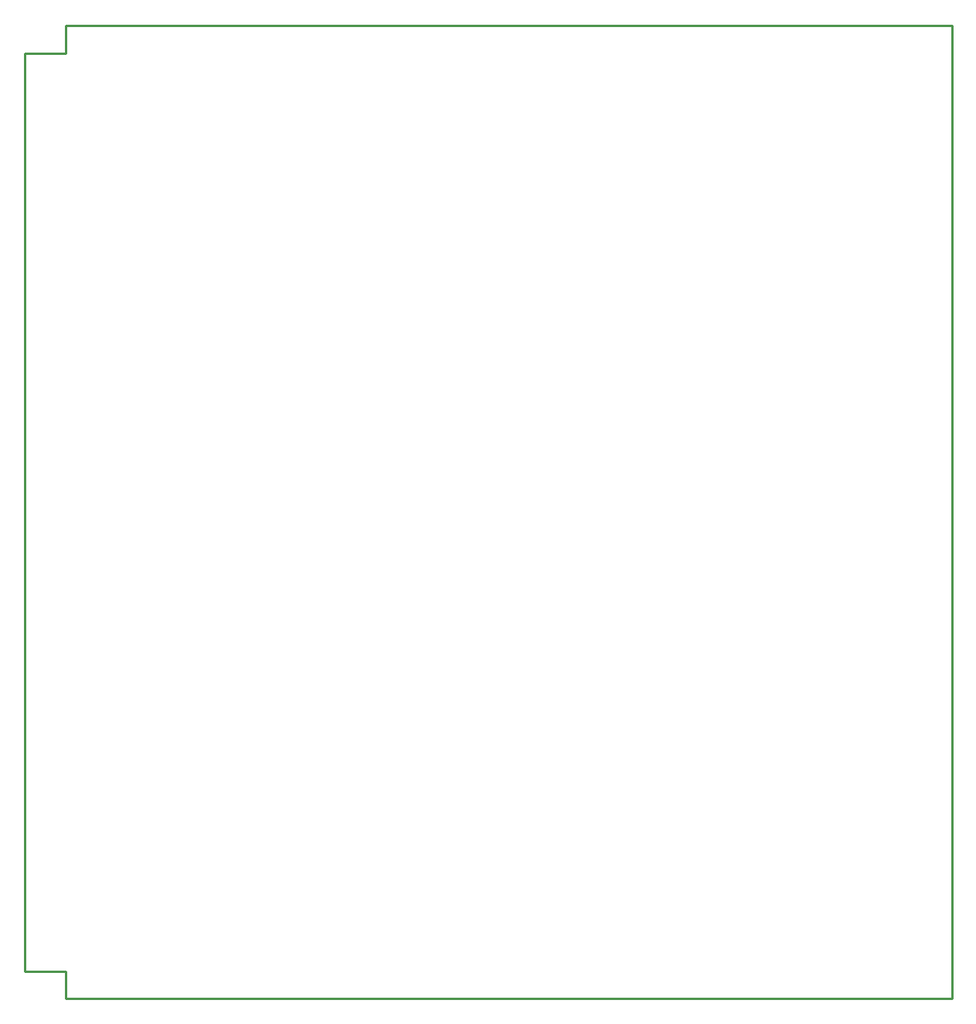
<source format=gko>
%FSLAX25Y25*%
%MOIN*%
G70*
G01*
G75*
G04 Layer_Color=16711935*
%ADD10C,0.01000*%
%ADD11R,0.10799X0.08500*%
%ADD12O,0.02756X0.07480*%
%ADD13O,0.02756X0.08268*%
%ADD14O,0.07874X0.13780*%
%ADD15R,0.07087X0.10236*%
%ADD16R,0.04921X0.02756*%
%ADD17R,0.02756X0.04921*%
%ADD18R,0.07087X0.04449*%
%ADD19R,0.04449X0.07087*%
%ADD20R,0.10512X0.04724*%
%ADD21O,0.02756X0.07087*%
%ADD22R,0.01654X0.03937*%
%ADD23R,0.04921X0.13465*%
%ADD24R,0.03661X0.03858*%
%ADD25R,0.03858X0.03661*%
%ADD26O,0.07087X0.01102*%
%ADD27O,0.01102X0.07087*%
%ADD28R,0.10709X0.04567*%
%ADD29C,0.03937*%
%ADD30R,0.02362X0.05906*%
%ADD31R,0.07874X0.07874*%
%ADD32C,0.03150*%
%ADD33C,0.01969*%
%ADD34C,0.01181*%
%ADD35C,0.04724*%
%ADD36R,0.20500X1.22000*%
%ADD37R,0.44000X0.15500*%
%ADD38R,0.15000X0.07000*%
%ADD39R,0.23000X0.15000*%
%ADD40R,0.25000X0.15000*%
%ADD41C,0.05906*%
%ADD42C,0.12598*%
%ADD43O,0.10236X0.11811*%
%ADD44O,0.10236X0.11024*%
%ADD45C,0.07087*%
%ADD46C,0.11811*%
%ADD47R,0.05906X0.05906*%
%ADD48C,0.03000*%
%ADD49C,0.04000*%
%ADD50C,0.02756*%
%ADD51C,0.01575*%
%ADD52C,0.00984*%
%ADD53C,0.00787*%
%ADD54C,0.00500*%
%ADD55C,0.00600*%
%ADD56R,0.11599X0.09300*%
%ADD57O,0.03556X0.08280*%
%ADD58O,0.03556X0.09068*%
%ADD59O,0.08674X0.14579*%
%ADD60R,0.07887X0.11036*%
%ADD61R,0.05721X0.03556*%
%ADD62R,0.03556X0.05721*%
%ADD63R,0.07887X0.05249*%
%ADD64R,0.05249X0.07887*%
%ADD65R,0.11312X0.05524*%
%ADD66O,0.03556X0.07887*%
%ADD67R,0.02054X0.04337*%
%ADD68R,0.05721X0.14265*%
%ADD69R,0.04461X0.04658*%
%ADD70R,0.04658X0.04461*%
%ADD71O,0.07487X0.01502*%
%ADD72O,0.01502X0.07487*%
%ADD73R,0.11509X0.05367*%
%ADD74C,0.04737*%
%ADD75R,0.03162X0.06706*%
%ADD76R,0.08674X0.08674*%
%ADD77C,0.06706*%
%ADD78C,0.13398*%
%ADD79O,0.11036X0.12611*%
%ADD80O,0.11036X0.11824*%
%ADD81C,0.07887*%
%ADD82C,0.12611*%
%ADD83R,0.06706X0.06706*%
D10*
X400000Y0D02*
Y419291D01*
X17717Y0D02*
Y11811D01*
X0D02*
X17717D01*
X0Y407480D02*
X17717D01*
X0D02*
X5480D01*
X17717Y419291D02*
X400000D01*
X17717Y407480D02*
Y419291D01*
Y0D02*
X400000D01*
X0Y11811D02*
Y407480D01*
M02*

</source>
